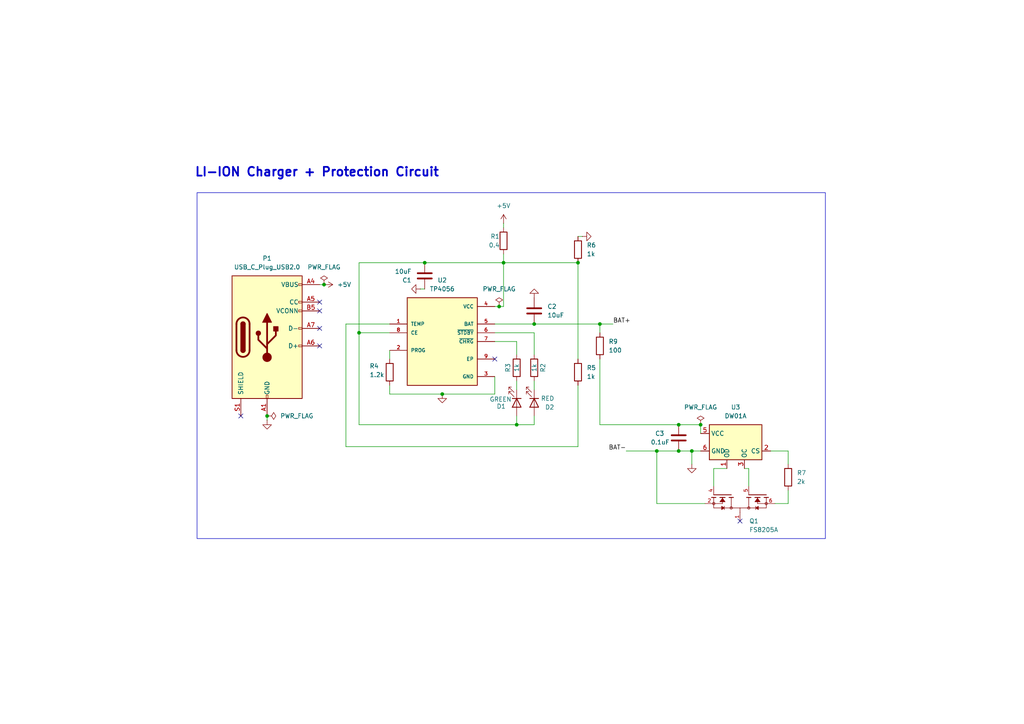
<source format=kicad_sch>
(kicad_sch (version 20231120) (generator "eeschema") (generator_version "8.0")
  (paper "A4")
  (lib_symbols
    (symbol "Battery_Management:DW01A"
      (property "Reference" "U" (at -6.604 6.35 0))
      (property "Value" "DW01A" (at 4.318 6.604 0))
      (symbol "DW01A_0_1"
        (pin output line (at -2.54 -7.62 90) (length 2.54) (name "OD") (number "1"))
        (pin input line (at 10.16 -2.54 180) (length 2.54) (name "CS") (number "2"))
        (pin output line (at 2.54 -7.62 90) (length 2.54) (name "OC") (number "3"))
        (pin power_in line (at -10.16 2.54 0) (length 2.54) (name "VCC") (number "5"))
        (pin power_in line (at -10.16 -2.54 0) (length 2.54) (name "GND") (number "6"))
      )
      (symbol "DW01A_1_1"
        (rectangle (start -7.62 5.08) (end 7.62 -5.08) (stroke (width 0.254)) (fill (type background)))
        (pin no_connect line (at 10.16 2.54 180) (length 2.54) hide (name "TD") (number "4"))
      )
    )
    (symbol "Connector:USB_C_Plug_USB2.0" (pin_names (offset 1.016))
      (property "Reference" "P" (at -10.16 19.05 0))
      (property "Value" "USB_C_Plug_USB2.0" (at 12.7 19.05 0))
      (symbol "USB_C_Plug_USB2.0_0_0"
        (rectangle (start -0.254 -17.78) (end 0.254 -16.764))
        (rectangle (start 10.16 -2.286) (end 9.144 -2.794))
        (rectangle (start 10.16 2.794) (end 9.144 2.286))
        (rectangle (start 10.16 7.874) (end 9.144 7.366))
        (rectangle (start 10.16 10.414) (end 9.144 9.906))
        (rectangle (start 10.16 15.494) (end 9.144 14.986))
      )
      (symbol "USB_C_Plug_USB2.0_0_1"
        (rectangle (start -10.16 17.78) (end 10.16 -17.78) (stroke (width 0.254)) (fill (type background)))
        (arc (start -8.89 -3.81) (mid -6.985 -5.7067) (end -5.08 -3.81) (stroke (width 0.508)))
        (arc (start -7.62 -3.81) (mid -6.985 -4.4423) (end -6.35 -3.81) (stroke (width 0.254)))
        (arc (start -7.62 -3.81) (mid -6.985 -4.4423) (end -6.35 -3.81) (stroke (width 0.254)) (fill (type outline)))
        (rectangle (start -7.62 -3.81) (end -6.35 3.81) (stroke (width 0.254)) (fill (type outline)))
        (arc (start -6.35 3.81) (mid -6.985 4.4423) (end -7.62 3.81) (stroke (width 0.254)))
        (arc (start -6.35 3.81) (mid -6.985 4.4423) (end -7.62 3.81) (stroke (width 0.254)) (fill (type outline)))
        (arc (start -5.08 3.81) (mid -6.985 5.7067) (end -8.89 3.81) (stroke (width 0.508)))
        (circle (center -2.54 1.143) (radius 0.635) (stroke (width 0.254)) (fill (type outline)))
        (circle (center 0 -5.842) (radius 1.27) (fill (type outline)))
        (polyline (pts (xy -8.89 -3.81) (xy -8.89 3.81)) (stroke (width 0.508)))
        (polyline (pts (xy -5.08 3.81) (xy -5.08 -3.81)) (stroke (width 0.508)))
        (polyline (pts (xy 0 -5.842) (xy 0 4.318)) (stroke (width 0.508)))
        (polyline (pts (xy 0 -3.302) (xy -2.54 -0.762) (xy -2.54 0.508)) (stroke (width 0.508)))
        (polyline (pts (xy 0 -2.032) (xy 2.54 0.508) (xy 2.54 1.778)) (stroke (width 0.508)))
        (polyline (pts (xy -1.27 4.318) (xy 0 6.858) (xy 1.27 4.318) (xy -1.27 4.318)) (stroke (width 0.254)) (fill (type outline)))
        (rectangle (start 1.905 1.778) (end 3.175 3.048) (stroke (width 0.254)) (fill (type outline)))
      )
      (symbol "USB_C_Plug_USB2.0_1_1"
        (pin passive line (at 0 -22.86 90) (length 5.08) (name "GND") (number "A1"))
        (pin passive line (at 0 -22.86 90) (length 5.08) hide (name "GND") (number "A12"))
        (pin passive line (at 15.24 15.24 180) (length 5.08) (name "VBUS") (number "A4"))
        (pin bidirectional line (at 15.24 10.16 180) (length 5.08) (name "CC") (number "A5"))
        (pin bidirectional line (at 15.24 -2.54 180) (length 5.08) (name "D+") (number "A6"))
        (pin bidirectional line (at 15.24 2.54 180) (length 5.08) (name "D-") (number "A7"))
        (pin passive line (at 15.24 15.24 180) (length 5.08) hide (name "VBUS") (number "A9"))
        (pin passive line (at 0 -22.86 90) (length 5.08) hide (name "GND") (number "B1"))
        (pin passive line (at 0 -22.86 90) (length 5.08) hide (name "GND") (number "B12"))
        (pin passive line (at 15.24 15.24 180) (length 5.08) hide (name "VBUS") (number "B4"))
        (pin bidirectional line (at 15.24 7.62 180) (length 5.08) (name "VCONN") (number "B5"))
        (pin passive line (at 15.24 15.24 180) (length 5.08) hide (name "VBUS") (number "B9"))
        (pin passive line (at -7.62 -22.86 90) (length 5.08) (name "SHIELD") (number "S1"))
      )
    )
    (symbol "Device:C" (pin_numbers hide) (pin_names (offset 0.254))
      (property "Reference" "C" (at 0.635 2.54 0))
      (property "Value" "C" (at 0.635 -2.54 0))
      (symbol "C_0_1"
        (polyline (pts (xy -2.032 -0.762) (xy 2.032 -0.762)) (stroke (width 0.508)))
        (polyline (pts (xy -2.032 0.762) (xy 2.032 0.762)) (stroke (width 0.508)))
      )
      (symbol "C_1_1"
        (pin passive line (at 0 3.81 270) (length 2.794) (name "~") (number "1"))
        (pin passive line (at 0 -3.81 90) (length 2.794) (name "~") (number "2"))
      )
    )
    (symbol "Device:LED" (pin_numbers hide) (pin_names (offset 1.016) hide)
      (property "Reference" "D" (at 0 2.54 0))
      (property "Value" "LED" (at 0 -2.54 0))
      (symbol "LED_0_1"
        (polyline (pts (xy -1.27 -1.27) (xy -1.27 1.27)) (stroke (width 0.254)))
        (polyline (pts (xy -1.27 0) (xy 1.27 0)))
        (polyline (pts (xy 1.27 -1.27) (xy 1.27 1.27) (xy -1.27 0) (xy 1.27 -1.27)) (stroke (width 0.254)))
        (polyline (pts (xy -3.048 -0.762) (xy -4.572 -2.286) (xy -3.81 -2.286) (xy -4.572 -2.286) (xy -4.572 -1.524)))
        (polyline (pts (xy -1.778 -0.762) (xy -3.302 -2.286) (xy -2.54 -2.286) (xy -3.302 -2.286) (xy -3.302 -1.524)))
      )
      (symbol "LED_1_1"
        (pin passive line (at -3.81 0 0) (length 2.54) (name "K") (number "1"))
        (pin passive line (at 3.81 0 180) (length 2.54) (name "A") (number "2"))
      )
    )
    (symbol "Device:R" (pin_numbers hide) (pin_names (offset 0))
      (property "Reference" "R" (at 2.032 0 90))
      (property "Value" "R" (at 0 0 90))
      (symbol "R_0_1"
        (rectangle (start -1.016 -2.54) (end 1.016 2.54) (stroke (width 0.254)))
      )
      (symbol "R_1_1"
        (pin passive line (at 0 3.81 270) (length 1.27) (name "~") (number "1"))
        (pin passive line (at 0 -3.81 90) (length 1.27) (name "~") (number "2"))
      )
    )
    (symbol "FS8205A:FS8205A" (pin_names (offset 1.016))
      (property "Reference" "Q" (at -11.43 7.62 0))
      (property "Value" "FS8205A" (at -11.43 -12.7 0))
      (symbol "FS8205A_0_0"
        (circle (center 0 -7.62) (radius 0.3592))
        (polyline (pts (xy -2.54 -2.54) (xy -2.54 -7.62)) (stroke (width 0.254)))
        (polyline (pts (xy -2.54 7.62) (xy -2.54 2.54)) (stroke (width 0.254)))
        (polyline (pts (xy -1.778 -7.62) (xy -1.778 -8.255)) (stroke (width 0.254)))
        (polyline (pts (xy -1.778 -6.985) (xy -1.778 -7.62)) (stroke (width 0.254)))
        (polyline (pts (xy -1.778 -5.08) (xy -1.778 -5.842)) (stroke (width 0.254)))
        (polyline (pts (xy -1.778 -5.08) (xy 0 -5.08)) (stroke (width 0.1524)))
        (polyline (pts (xy -1.778 -4.318) (xy -1.778 -5.08)) (stroke (width 0.254)))
        (polyline (pts (xy -1.778 -2.54) (xy -1.778 -3.175)) (stroke (width 0.254)))
        (polyline (pts (xy -1.778 -2.54) (xy 1.27 -2.54)) (stroke (width 0.1524)))
        (polyline (pts (xy -1.778 -1.905) (xy -1.778 -2.54)) (stroke (width 0.254)))
        (polyline (pts (xy -1.778 2.54) (xy -1.778 1.905)) (stroke (width 0.254)))
        (polyline (pts (xy -1.778 3.175) (xy -1.778 2.54)) (stroke (width 0.254)))
        (polyline (pts (xy -1.778 5.08) (xy -1.778 4.318)) (stroke (width 0.254)))
        (polyline (pts (xy -1.778 5.08) (xy 0 5.08)) (stroke (width 0.1524)))
        (polyline (pts (xy -1.778 5.842) (xy -1.778 5.08)) (stroke (width 0.254)))
        (polyline (pts (xy -1.778 7.62) (xy -1.778 6.985)) (stroke (width 0.254)))
        (polyline (pts (xy -1.778 7.62) (xy 1.27 7.62)) (stroke (width 0.1524)))
        (polyline (pts (xy -1.778 8.255) (xy -1.778 7.62)) (stroke (width 0.254)))
        (polyline (pts (xy 0 -7.62) (xy -1.778 -7.62)) (stroke (width 0.1524)))
        (polyline (pts (xy 0 -7.62) (xy 1.27 -7.62)) (stroke (width 0.1524)))
        (polyline (pts (xy 0 -5.08) (xy 0 -7.62)) (stroke (width 0.1524)))
        (polyline (pts (xy 0 7.62) (xy 0 5.08)) (stroke (width 0.1524)))
        (polyline (pts (xy 0.762 4.572) (xy 1.27 4.572)) (stroke (width 0.1524)))
        (polyline (pts (xy 1.27 -4.572) (xy 0.762 -4.572)) (stroke (width 0.1524)))
        (polyline (pts (xy 1.27 -4.572) (xy 1.27 -7.62)) (stroke (width 0.1524)))
        (polyline (pts (xy 1.27 -2.54) (xy 1.27 -4.572)) (stroke (width 0.1524)))
        (polyline (pts (xy 1.27 -2.54) (xy 1.27 0)) (stroke (width 0.1524)))
        (polyline (pts (xy 1.27 0) (xy 1.27 2.54)) (stroke (width 0.1524)))
        (polyline (pts (xy 1.27 0) (xy 2.54 0)) (stroke (width 0.1524)))
        (polyline (pts (xy 1.27 2.54) (xy -1.778 2.54)) (stroke (width 0.1524)))
        (polyline (pts (xy 1.27 2.54) (xy 1.27 4.572)) (stroke (width 0.1524)))
        (polyline (pts (xy 1.27 4.572) (xy 1.27 7.62)) (stroke (width 0.1524)))
        (polyline (pts (xy 1.27 4.572) (xy 1.778 4.572)) (stroke (width 0.1524)))
        (polyline (pts (xy 1.778 -4.572) (xy 1.27 -4.572)) (stroke (width 0.1524)))
        (polyline (pts (xy -1.524 -5.08) (xy -0.508 -4.318) (xy -0.508 -5.842) (xy -1.524 -5.08)) (stroke (width 0.1524)) (fill (type outline)))
        (polyline (pts (xy -1.524 5.08) (xy -0.508 5.842) (xy -0.508 4.318) (xy -1.524 5.08)) (stroke (width 0.1524)) (fill (type outline)))
        (polyline (pts (xy 1.27 -4.572) (xy 0.762 -5.334) (xy 1.778 -5.334) (xy 1.27 -4.572)) (stroke (width 0.1524)) (fill (type outline)))
        (polyline (pts (xy 1.27 4.572) (xy 1.778 5.334) (xy 0.762 5.334) (xy 1.27 4.572)) (stroke (width 0.1524)) (fill (type outline)))
        (circle (center 0 7.62) (radius 0.3592))
        (circle (center 1.27 -2.54) (radius 0.3592))
        (circle (center 1.27 2.54) (radius 0.3592))
        (pin passive line (at 5.08 0 180) (length 2.54) (name "~") (number "1"))
        (pin passive line (at 0 -10.16 90) (length 2.54) (name "~") (number "2"))
        (pin passive line (at 0 -10.16 90) (length 2.54) hide (name "~") (number "3"))
        (pin passive line (at -5.08 -7.62 0) (length 2.54) (name "~") (number "4"))
        (pin passive line (at -5.08 2.54 0) (length 2.54) (name "~") (number "5"))
        (pin passive line (at 0 10.16 270) (length 2.54) (name "~") (number "6"))
        (pin passive line (at 0 10.16 270) (length 2.54) hide (name "~") (number "7"))
        (pin passive line (at 5.08 0 180) (length 2.54) hide (name "~") (number "8"))
      )
    )
    (symbol "TP4056:TP4056" (pin_names (offset 1.016))
      (property "Reference" "U" (at -10.16 13.208 0))
      (property "Value" "TP4056" (at -10.16 -15.24 0))
      (symbol "TP4056_0_0"
        (rectangle (start -10.16 -12.7) (end 10.16 12.7) (stroke (width 0.254)) (fill (type background)))
        (pin input line (at -15.24 5.08 0) (length 5.08) (name "TEMP") (number "1"))
        (pin bidirectional line (at -15.24 -2.54 0) (length 5.08) (name "PROG") (number "2"))
        (pin power_in line (at 15.24 -10.16 180) (length 5.08) (name "GND") (number "3"))
        (pin power_in line (at 15.24 10.16 180) (length 5.08) (name "VCC") (number "4"))
        (pin output line (at 15.24 5.08 180) (length 5.08) (name "BAT") (number "5"))
        (pin output line (at 15.24 2.54 180) (length 5.08) (name "~{STDBY}") (number "6"))
        (pin output line (at 15.24 0 180) (length 5.08) (name "~{CHRG}") (number "7"))
        (pin input line (at -15.24 2.54 0) (length 5.08) (name "CE") (number "8"))
        (pin passive line (at 15.24 -5.08 180) (length 5.08) (name "EP") (number "9"))
      )
    )
    (symbol "power:+5V" (power) (pin_numbers hide) (pin_names (offset 0) hide)
      (property "Value" "+5V" (at 0 3.556 0))
      (symbol "+5V_0_1"
        (polyline (pts (xy -0.762 1.27) (xy 0 2.54)))
        (polyline (pts (xy 0 0) (xy 0 2.54)))
        (polyline (pts (xy 0 2.54) (xy 0.762 1.27)))
      )
      (symbol "+5V_1_1"
        (pin power_in line (at 0 0 90) (length 0) (name "~") (number "1"))
      )
    )
    (symbol "power:GND" (power) (pin_numbers hide) (pin_names (offset 0) hide)
      (property "Value" "GND" (at 0 -3.81 0))
      (symbol "GND_0_1"
        (polyline (pts (xy 0 0) (xy 0 -1.27) (xy 1.27 -1.27) (xy 0 -2.54) (xy -1.27 -1.27) (xy 0 -1.27)))
      )
      (symbol "GND_1_1"
        (pin power_in line (at 0 0 270) (length 0) (name "~") (number "1"))
      )
    )
    (symbol "power:PWR_FLAG" (power) (pin_numbers hide) (pin_names (offset 0) hide)
      (property "Value" "PWR_FLAG" (at 0 3.81 0))
      (symbol "PWR_FLAG_0_0"
        (pin power_out line (at 0 0 90) (length 0) (name "~") (number "1"))
      )
      (symbol "PWR_FLAG_0_1"
        (polyline (pts (xy 0 0) (xy 0 1.27) (xy -1.016 1.905) (xy 0 2.54) (xy 1.016 1.905) (xy 0 1.27)))
      )
    )
  )
  (junction (at 190.5 130.81))
  (junction (at 173.99 93.98))
  (junction (at 196.85 123.19))
  (junction (at 144.78 88.9))
  (junction (at 196.85 130.81))
  (junction (at 146.05 76.2))
  (junction (at 93.98 82.55))
  (junction (at 154.94 93.98))
  (junction (at 77.47 120.65))
  (junction (at 104.14 96.52))
  (junction (at 128.27 114.3))
  (junction (at 149.86 123.19))
  (junction (at 200.66 130.81))
  (junction (at 123.19 76.2))
  (junction (at 203.2 123.19))
  (junction (at 167.64 76.2))
  (no_connect (at 92.71 100.33))
  (no_connect (at 92.71 87.63))
  (no_connect (at 143.51 104.14))
  (no_connect (at 69.85 120.65))
  (no_connect (at 92.71 95.25))
  (no_connect (at 214.63 151.13))
  (no_connect (at 92.71 90.17))
  (wire (pts (xy 146.05 88.9) (xy 144.78 88.9)))
  (wire (pts (xy 203.2 125.73) (xy 203.2 123.19)))
  (wire (pts (xy 143.51 109.22) (xy 143.51 114.3)))
  (wire (pts (xy 154.94 93.98) (xy 173.99 93.98)))
  (wire (pts (xy 154.94 123.19) (xy 154.94 120.65)))
  (wire (pts (xy 146.05 66.04) (xy 146.05 64.77)))
  (wire (pts (xy 167.64 76.2) (xy 167.64 104.14)))
  (wire (pts (xy 113.03 93.98) (xy 100.33 93.98)))
  (wire (pts (xy 228.6 142.24) (xy 228.6 146.05)))
  (wire (pts (xy 190.5 130.81) (xy 181.61 130.81)))
  (wire (pts (xy 223.52 130.81) (xy 228.6 130.81)))
  (wire (pts (xy 203.2 123.19) (xy 196.85 123.19)))
  (wire (pts (xy 149.86 102.87) (xy 149.86 99.06)))
  (wire (pts (xy 113.03 101.6) (xy 113.03 104.14)))
  (wire (pts (xy 207.01 135.89) (xy 207.01 140.97)))
  (wire (pts (xy 123.19 76.2) (xy 104.14 76.2)))
  (wire (pts (xy 143.51 96.52) (xy 154.94 96.52)))
  (wire (pts (xy 190.5 146.05) (xy 204.47 146.05)))
  (wire (pts (xy 173.99 104.14) (xy 173.99 123.19)))
  (wire (pts (xy 104.14 96.52) (xy 104.14 123.19)))
  (wire (pts (xy 167.64 111.76) (xy 167.64 129.54)))
  (wire (pts (xy 177.8 93.98) (xy 173.99 93.98)))
  (wire (pts (xy 77.47 121.92) (xy 77.47 120.65)))
  (wire (pts (xy 173.99 123.19) (xy 196.85 123.19)))
  (wire (pts (xy 173.99 93.98) (xy 173.99 96.52)))
  (wire (pts (xy 149.86 123.19) (xy 154.94 123.19)))
  (wire (pts (xy 149.86 99.06) (xy 143.51 99.06)))
  (wire (pts (xy 228.6 130.81) (xy 228.6 134.62)))
  (wire (pts (xy 210.82 135.89) (xy 207.01 135.89)))
  (wire (pts (xy 190.5 130.81) (xy 190.5 146.05)))
  (wire (pts (xy 113.03 111.76) (xy 113.03 114.3)))
  (wire (pts (xy 200.66 130.81) (xy 203.2 130.81)))
  (wire (pts (xy 215.9 135.89) (xy 217.17 135.89)))
  (wire (pts (xy 200.66 130.81) (xy 200.66 134.62)))
  (wire (pts (xy 128.27 114.3) (xy 143.51 114.3)))
  (wire (pts (xy 154.94 110.49) (xy 154.94 113.03)))
  (wire (pts (xy 100.33 93.98) (xy 100.33 129.54)))
  (wire (pts (xy 196.85 130.81) (xy 190.5 130.81)))
  (wire (pts (xy 104.14 76.2) (xy 104.14 96.52)))
  (wire (pts (xy 154.94 93.98) (xy 143.51 93.98)))
  (wire (pts (xy 217.17 135.89) (xy 217.17 140.97)))
  (wire (pts (xy 104.14 96.52) (xy 113.03 96.52)))
  (wire (pts (xy 100.33 129.54) (xy 167.64 129.54)))
  (wire (pts (xy 92.71 82.55) (xy 93.98 82.55)))
  (wire (pts (xy 149.86 123.19) (xy 149.86 120.65)))
  (wire (pts (xy 167.64 68.58) (xy 168.91 68.58)))
  (wire (pts (xy 149.86 110.49) (xy 149.86 113.03)))
  (wire (pts (xy 113.03 114.3) (xy 128.27 114.3)))
  (wire (pts (xy 104.14 123.19) (xy 149.86 123.19)))
  (wire (pts (xy 200.66 130.81) (xy 196.85 130.81)))
  (wire (pts (xy 146.05 88.9) (xy 146.05 76.2)))
  (wire (pts (xy 144.78 88.9) (xy 143.51 88.9)))
  (wire (pts (xy 121.92 83.82) (xy 123.19 83.82)))
  (wire (pts (xy 228.6 146.05) (xy 224.79 146.05)))
  (wire (pts (xy 154.94 96.52) (xy 154.94 102.87)))
  (wire (pts (xy 146.05 76.2) (xy 167.64 76.2)))
  (wire (pts (xy 146.05 73.66) (xy 146.05 76.2)))
  (wire (pts (xy 146.05 76.2) (xy 123.19 76.2)))
  (rectangle (start 57.15 55.88) (end 239.395 156.21))
  (text "LI-ION Charger + Protection Circuit\n" (at 91.948 50.038 0) (effects (font (size 2.54 2.54) (thickness 0.508) (bold yes))))
  (label "BAT-" (at 181.61 130.81 180))
  (label "BAT+" (at 177.8 93.98 0))
  (symbol (lib_id "FS8205A:FS8205A") (at 214.63 146.05 270) (unit 1)
    (property "Reference" "Q1" (at 217.2971 151.13 90) (effects (justify left)))
    (property "Value" "FS8205A" (at 217.2971 153.67 90) (effects (justify left)))
    (property "Footprint" "Transistor_Power:SOP65P640X120-8N" (effects (hide yes)))
    (property "MF" "Fortune Semiconductor" (effects (hide yes)))
    (property "MAXIMUM_PACKAGE_HEIGHT" "1.2mm" (effects (hide yes)))
    (property "Package" "Package" (effects (hide yes)))
    (property "Price" "None" (effects (hide yes)))
    (property "Check_prices" "https://www.snapeda.com/parts/FS8205A/Fortune+Semiconductor/view-part/?ref=eda" (effects (hide yes)))
    (property "STANDARD" "IPC 7351B" (effects (hide yes)))
    (property "PARTREV" "1.7" (effects (hide yes)))
    (property "SnapEDA_Link" "https://www.snapeda.com/parts/FS8205A/Fortune+Semiconductor/view-part/?ref=snap" (effects (hide yes)))
    (property "MP" "FS8205A" (effects (hide yes)))
    (property "Description_1" "\n                        \n                            \n                        \n" (effects (hide yes)))
    (property "Availability" "In Stock" (effects (hide yes)))
    (property "MANUFACTURER" "Fortune Semiconductor" (effects (hide yes)))
  )
  (symbol (lib_id "power:GND") (at 121.92 83.82 270) (unit 1)
    (property "Reference" "#PWR07" (effects (hide yes)))
    (property "Value" "GND" (effects (hide yes)))
    (property "Description" "Power symbol creates a global label with name \"GND\" , ground" (effects (hide yes)))
  )
  (symbol (lib_id "Device:R") (at 167.64 72.39 0) (unit 1)
    (property "Reference" "R6" (at 170.18 71.1199 0) (effects (justify left)))
    (property "Value" "1k" (at 170.18 73.6599 0) (effects (justify left)))
    (property "Footprint" "Capacitor_SMD:C_0201_0603Metric" (effects (hide yes)))
    (property "Description" "Resistor" (effects (hide yes)))
  )
  (symbol (lib_id "power:GND") (at 200.66 134.62 0) (unit 1)
    (property "Reference" "#PWR09" (effects (hide yes)))
    (property "Value" "GND" (effects (hide yes)))
    (property "Description" "Power symbol creates a global label with name \"GND\" , ground" (effects (hide yes)))
  )
  (symbol (lib_id "Device:R") (at 146.05 69.85 0) (unit 1)
    (property "Reference" "R1" (at 142.24 68.58 0) (effects (justify left)))
    (property "Value" "0.4" (at 141.732 71.12 0) (effects (justify left)))
    (property "Footprint" "Capacitor_SMD:C_0201_0603Metric" (effects (hide yes)))
    (property "Description" "Resistor" (effects (hide yes)))
  )
  (symbol (lib_id "power:+5V") (at 146.05 64.77 0) (unit 1)
    (property "Reference" "#PWR05" (effects (hide yes)))
    (property "Value" "+5V" (at 146.05 59.69 0))
    (property "Description" "Power symbol creates a global label with name \"+5V\"" (effects (hide yes)))
  )
  (symbol (lib_id "Battery_Management:DW01A") (at 213.36 128.27 0) (unit 1)
    (property "Reference" "U3" (at 213.36 118.11 0))
    (property "Value" "DW01A" (at 213.36 120.65 0))
    (property "Footprint" "Package_TO_SOT_SMD:SOT-23-6" (effects (hide yes)))
    (property "Datasheet" "https://hmsemi.com/downfile/DW01A.PDF" (effects (hide yes)))
    (property "Description" "Overcharge, overcurrent and overdischarge protection IC for single cell lithium-ion/polymer battery" (effects (hide yes)))
  )
  (symbol (lib_id "Device:R") (at 149.86 106.68 180) (unit 1)
    (property "Reference" "R3" (at 147.32 106.68 90))
    (property "Value" "1k" (at 149.86 106.68 90))
    (property "Footprint" "Capacitor_SMD:C_0201_0603Metric" (effects (hide yes)))
    (property "Description" "Resistor" (effects (hide yes)))
  )
  (symbol (lib_id "Device:R") (at 173.99 100.33 180) (unit 1)
    (property "Reference" "R9" (at 176.53 99.0599 0) (effects (justify right)))
    (property "Value" "100" (at 176.53 101.5999 0) (effects (justify right)))
    (property "Footprint" "Capacitor_SMD:C_0201_0603Metric" (effects (hide yes)))
    (property "Description" "Resistor" (effects (hide yes)))
  )
  (symbol (lib_id "Device:R") (at 167.64 107.95 0) (unit 1)
    (property "Reference" "R5" (at 170.18 106.6799 0) (effects (justify left)))
    (property "Value" "1k" (at 170.18 109.2199 0) (effects (justify left)))
    (property "Footprint" "Capacitor_SMD:C_0201_0603Metric" (effects (hide yes)))
    (property "Description" "Resistor" (effects (hide yes)))
  )
  (symbol (lib_id "power:PWR_FLAG") (at 144.78 88.9 0) (unit 1)
    (property "Reference" "#FLG02" (effects (hide yes)))
    (property "Value" "PWR_FLAG" (at 144.78 83.82 0))
    (property "Description" "Special symbol for telling ERC where power comes from" (effects (hide yes)))
  )
  (symbol (lib_id "power:GND") (at 168.91 68.58 90) (unit 1)
    (property "Reference" "#PWR08" (effects (hide yes)))
    (property "Value" "GND" (effects (hide yes)))
    (property "Description" "Power symbol creates a global label with name \"GND\" , ground" (effects (hide yes)))
  )
  (symbol (lib_id "Device:LED") (at 154.94 116.84 270) (unit 1)
    (property "Reference" "D2" (at 160.782 118.11 90) (effects (justify right)))
    (property "Value" "RED" (at 160.782 115.57 90) (effects (justify right)))
    (property "Footprint" "LED_SMD:LED_0402_1005Metric" (effects (hide yes)))
    (property "Description" "Light emitting diode" (effects (hide yes)))
  )
  (symbol (lib_id "power:GND") (at 77.47 121.92 0) (unit 1)
    (property "Reference" "#PWR01" (effects (hide yes)))
    (property "Value" "GND" (effects (hide yes)))
    (property "Description" "Power symbol creates a global label with name \"GND\" , ground" (effects (hide yes)))
  )
  (symbol (lib_id "power:PWR_FLAG") (at 93.98 82.55 0) (unit 1)
    (property "Reference" "#FLG01" (effects (hide yes)))
    (property "Value" "PWR_FLAG" (at 93.98 77.47 0))
    (property "Description" "Special symbol for telling ERC where power comes from" (effects (hide yes)))
  )
  (symbol (lib_id "Connector:USB_C_Plug_USB2.0") (at 77.47 97.79 0) (unit 1)
    (property "Reference" "P1" (at 77.47 74.93 0))
    (property "Value" "USB_C_Plug_USB2.0" (at 77.47 77.47 0))
    (property "Footprint" "Connector_USB:USB_C_Receptacle_JAE_DX07S016JA1R1500" (effects (hide yes)))
    (property "Datasheet" "https://www.usb.org/sites/default/files/documents/usb_type-c.zip" (effects (hide yes)))
    (property "Description" "USB 2.0-only Type-C Plug connector" (effects (hide yes)))
  )
  (symbol (lib_id "power:GND") (at 128.27 114.3 0) (unit 1)
    (property "Reference" "#PWR03" (effects (hide yes)))
    (property "Value" "GND" (effects (hide yes)))
    (property "Description" "Power symbol creates a global label with name \"GND\" , ground" (effects (hide yes)))
  )
  (symbol (lib_id "Device:LED") (at 149.86 116.84 270) (unit 1)
    (property "Reference" "D1" (at 144.018 117.856 90) (effects (justify left)))
    (property "Value" "GREEN" (at 141.986 115.824 90) (effects (justify left)))
    (property "Footprint" "LED_SMD:LED_0402_1005Metric" (effects (hide yes)))
    (property "Description" "Light emitting diode" (effects (hide yes)))
  )
  (symbol (lib_id "Device:R") (at 113.03 107.95 0) (unit 1)
    (property "Reference" "R4" (at 107.188 106.172 0) (effects (justify left)))
    (property "Value" "1.2k" (at 107.188 108.712 0) (effects (justify left)))
    (property "Footprint" "Capacitor_SMD:C_0201_0603Metric" (effects (hide yes)))
    (property "Description" "Resistor" (effects (hide yes)))
  )
  (symbol (lib_id "Device:R") (at 154.94 106.68 0) (unit 1)
    (property "Reference" "R2" (at 157.48 106.68 90))
    (property "Value" "1k" (at 154.94 106.68 90))
    (property "Footprint" "Capacitor_SMD:C_0201_0603Metric" (effects (hide yes)))
    (property "Description" "Resistor" (effects (hide yes)))
  )
  (symbol (lib_id "Device:C") (at 196.85 127 180) (unit 1)
    (property "Reference" "C3" (at 189.992 125.73 0) (effects (justify right)))
    (property "Value" "0.1uF" (at 188.722 128.27 0) (effects (justify right)))
    (property "Footprint" "Capacitor_SMD:C_0201_0603Metric" (effects (hide yes)))
    (property "Description" "Unpolarized capacitor" (effects (hide yes)))
  )
  (symbol (lib_id "TP4056:TP4056") (at 128.27 99.06 0) (unit 1)
    (property "Reference" "U2" (at 128.27 81.28 0))
    (property "Value" "TP4056" (at 128.27 83.82 0))
    (property "Footprint" "Battery:SOP127P600X175-9N" (effects (hide yes)))
    (property "MF" "NanJing Top Power ASIC Corp." (effects (hide yes)))
    (property "MAXIMUM_PACKAGE_HEIGHT" "1.75mm" (effects (hide yes)))
    (property "Package" "Package" (effects (hide yes)))
    (property "Price" "None" (effects (hide yes)))
    (property "Check_prices" "https://www.snapeda.com/parts/TP4056/NanJing+Top+Power+ASIC+Corp./view-part/?ref=eda" (effects (hide yes)))
    (property "STANDARD" "IPC 7351B" (effects (hide yes)))
    (property "SnapEDA_Link" "https://www.snapeda.com/parts/TP4056/NanJing+Top+Power+ASIC+Corp./view-part/?ref=snap" (effects (hide yes)))
    (property "MP" "TP4056" (effects (hide yes)))
    (property "Description_1" "\n                        \n                            Complete single cell Li-Ion battery with a constant current / constant voltage linear charger\n                        \n" (effects (hide yes)))
    (property "Availability" "Not in stock" (effects (hide yes)))
    (property "MANUFACTURER" "NanJing Top Power ASIC Corp." (effects (hide yes)))
  )
  (symbol (lib_id "power:+5V") (at 93.98 82.55 270) (unit 1)
    (property "Reference" "#PWR04" (effects (hide yes)))
    (property "Value" "+5V" (at 97.79 82.5499 90) (effects (justify left)))
    (property "Description" "Power symbol creates a global label with name \"+5V\"" (effects (hide yes)))
  )
  (symbol (lib_id "power:GND") (at 154.94 86.36 180) (unit 1)
    (property "Reference" "#PWR06" (effects (hide yes)))
    (property "Value" "GND" (effects (hide yes)))
    (property "Description" "Power symbol creates a global label with name \"GND\" , ground" (effects (hide yes)))
  )
  (symbol (lib_id "power:PWR_FLAG") (at 77.47 120.65 270) (unit 1)
    (property "Reference" "#FLG04" (effects (hide yes)))
    (property "Value" "PWR_FLAG" (at 81.28 120.6499 90) (effects (justify left)))
    (property "Description" "Special symbol for telling ERC where power comes from" (effects (hide yes)))
  )
  (symbol (lib_id "Device:C") (at 154.94 90.17 180) (unit 1)
    (property "Reference" "C2" (at 158.75 88.8999 0) (effects (justify right)))
    (property "Value" "10uF" (at 158.75 91.4399 0) (effects (justify right)))
    (property "Footprint" "Capacitor_SMD:C_0805_2012Metric" (effects (hide yes)))
    (property "Description" "Unpolarized capacitor" (effects (hide yes)))
  )
  (symbol (lib_id "Device:R") (at 228.6 138.43 0) (unit 1)
    (property "Reference" "R7" (at 231.14 137.1599 0) (effects (justify left)))
    (property "Value" "2k" (at 231.14 139.6999 0) (effects (justify left)))
    (property "Footprint" "Capacitor_SMD:C_0805_2012Metric" (effects (hide yes)))
    (property "Description" "Resistor" (effects (hide yes)))
  )
  (symbol (lib_id "Device:C") (at 123.19 80.01 180) (unit 1)
    (property "Reference" "C1" (at 119.38 81.2801 0) (effects (justify left)))
    (property "Value" "10uF" (at 119.38 78.7401 0) (effects (justify left)))
    (property "Footprint" "Capacitor_SMD:C_0805_2012Metric" (effects (hide yes)))
    (property "Description" "Unpolarized capacitor" (effects (hide yes)))
  )
  (symbol (lib_id "power:PWR_FLAG") (at 203.2 123.19 0) (unit 1)
    (property "Reference" "#FLG03" (effects (hide yes)))
    (property "Value" "PWR_FLAG" (at 203.2 118.11 0))
    (property "Description" "Special symbol for telling ERC where power comes from" (effects (hide yes)))
  )
)
</source>
